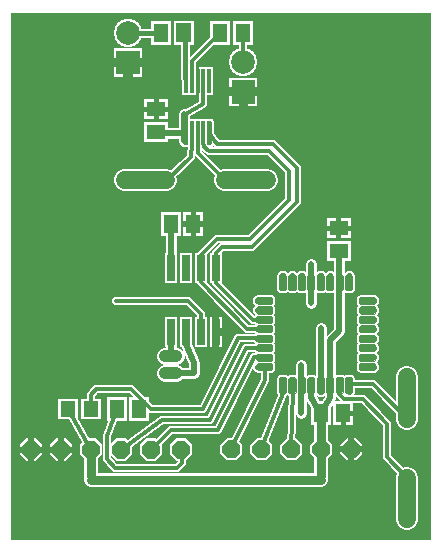
<source format=gbr>
%FSLAX34Y34*%
%MOMM*%
%LNCOPPER_TOP*%
G71*
G01*
%ADD10C, 0.400*%
%ADD11R, 0.900X0.900*%
%ADD12C, 0.900*%
%ADD13R, 1.700X2.000*%
%ADD14R, 0.700X2.400*%
%ADD15R, 1.100X2.600*%
%ADD16C, 1.400*%
%ADD17R, 2.000X1.700*%
%ADD18C, 0.700*%
%ADD19C, 1.900*%
%ADD20C, 2.400*%
%ADD21C, 0.800*%
%ADD22C, 1.200*%
%ADD23R, 1.700X1.800*%
%ADD24C, 0.433*%
%ADD25C, 0.300*%
%ADD26C, 0.649*%
%ADD27C, 0.787*%
%ADD28C, 0.500*%
%ADD29C, 0.000*%
%ADD30R, 0.500X0.500*%
%ADD31R, 1.300X1.600*%
%ADD32R, 0.300X2.000*%
%ADD33R, 0.700X2.200*%
%ADD34C, 1.000*%
%ADD35R, 1.600X1.300*%
%ADD36C, 1.500*%
%ADD37C, 2.000*%
%ADD38R, 1.300X1.400*%
%LPD*%
G36*
X0Y0D02*
X356000Y0D01*
X356000Y-446000D01*
X0Y-446000D01*
X0Y0D01*
G37*
%LPC*%
G36*
X229350Y-322425D02*
X227350Y-320425D01*
X227350Y-309425D01*
X228350Y-308425D01*
X232350Y-308425D01*
X233350Y-309425D01*
X233350Y-320425D01*
X231350Y-322425D01*
X229350Y-322425D01*
G37*
G54D10*
X229350Y-322425D02*
X227350Y-320425D01*
X227350Y-309425D01*
X228350Y-308425D01*
X232350Y-308425D01*
X233350Y-309425D01*
X233350Y-320425D01*
X231350Y-322425D01*
X229350Y-322425D01*
G36*
X237350Y-322425D02*
X235350Y-320425D01*
X235350Y-309425D01*
X236350Y-308425D01*
X240350Y-308425D01*
X241350Y-309425D01*
X241350Y-320425D01*
X239350Y-322425D01*
X237350Y-322425D01*
G37*
G54D10*
X237350Y-322425D02*
X235350Y-320425D01*
X235350Y-309425D01*
X236350Y-308425D01*
X240350Y-308425D01*
X241350Y-309425D01*
X241350Y-320425D01*
X239350Y-322425D01*
X237350Y-322425D01*
X230350Y-313925D02*
G54D11*
D03*
X238350Y-313925D02*
G54D11*
D03*
G36*
X245350Y-322425D02*
X243350Y-320425D01*
X243350Y-309425D01*
X244350Y-308425D01*
X248350Y-308425D01*
X249350Y-309425D01*
X249350Y-320425D01*
X247350Y-322425D01*
X245350Y-322425D01*
G37*
G54D10*
X245350Y-322425D02*
X243350Y-320425D01*
X243350Y-309425D01*
X244350Y-308425D01*
X248350Y-308425D01*
X249350Y-309425D01*
X249350Y-320425D01*
X247350Y-322425D01*
X245350Y-322425D01*
G36*
X253350Y-322425D02*
X251350Y-320425D01*
X251350Y-309425D01*
X252350Y-308425D01*
X256350Y-308425D01*
X257350Y-309425D01*
X257350Y-320425D01*
X255350Y-322425D01*
X253350Y-322425D01*
G37*
G54D10*
X253350Y-322425D02*
X251350Y-320425D01*
X251350Y-309425D01*
X252350Y-308425D01*
X256350Y-308425D01*
X257350Y-309425D01*
X257350Y-320425D01*
X255350Y-322425D01*
X253350Y-322425D01*
X246350Y-313925D02*
G54D11*
D03*
X254350Y-313925D02*
G54D11*
D03*
G36*
X261350Y-322425D02*
X259350Y-320425D01*
X259350Y-309425D01*
X260350Y-308425D01*
X264350Y-308425D01*
X265350Y-309425D01*
X265350Y-320425D01*
X263350Y-322425D01*
X261350Y-322425D01*
G37*
G54D10*
X261350Y-322425D02*
X259350Y-320425D01*
X259350Y-309425D01*
X260350Y-308425D01*
X264350Y-308425D01*
X265350Y-309425D01*
X265350Y-320425D01*
X263350Y-322425D01*
X261350Y-322425D01*
G36*
X269350Y-322425D02*
X267350Y-320425D01*
X267350Y-309425D01*
X268350Y-308425D01*
X272350Y-308425D01*
X273350Y-309425D01*
X273350Y-320425D01*
X271350Y-322425D01*
X269350Y-322425D01*
G37*
G54D10*
X269350Y-322425D02*
X267350Y-320425D01*
X267350Y-309425D01*
X268350Y-308425D01*
X272350Y-308425D01*
X273350Y-309425D01*
X273350Y-320425D01*
X271350Y-322425D01*
X269350Y-322425D01*
X262350Y-313925D02*
G54D11*
D03*
X270350Y-313925D02*
G54D11*
D03*
G36*
X277350Y-322425D02*
X275350Y-320425D01*
X275350Y-309425D01*
X276350Y-308425D01*
X280350Y-308425D01*
X281350Y-309425D01*
X281350Y-320425D01*
X279350Y-322425D01*
X277350Y-322425D01*
G37*
G54D10*
X277350Y-322425D02*
X275350Y-320425D01*
X275350Y-309425D01*
X276350Y-308425D01*
X280350Y-308425D01*
X281350Y-309425D01*
X281350Y-320425D01*
X279350Y-322425D01*
X277350Y-322425D01*
G36*
X285350Y-322425D02*
X283350Y-320425D01*
X283350Y-309425D01*
X284350Y-308425D01*
X288350Y-308425D01*
X289350Y-309425D01*
X289350Y-320425D01*
X287350Y-322425D01*
X285350Y-322425D01*
G37*
G54D10*
X285350Y-322425D02*
X283350Y-320425D01*
X283350Y-309425D01*
X284350Y-308425D01*
X288350Y-308425D01*
X289350Y-309425D01*
X289350Y-320425D01*
X287350Y-322425D01*
X285350Y-322425D01*
X278350Y-313925D02*
G54D11*
D03*
X286350Y-313925D02*
G54D11*
D03*
G36*
X207350Y-242425D02*
X209350Y-240425D01*
X220350Y-240425D01*
X221350Y-241425D01*
X221350Y-245425D01*
X220350Y-246425D01*
X209350Y-246425D01*
X207350Y-244425D01*
X207350Y-242425D01*
G37*
G54D10*
X207350Y-242425D02*
X209350Y-240425D01*
X220350Y-240425D01*
X221350Y-241425D01*
X221350Y-245425D01*
X220350Y-246425D01*
X209350Y-246425D01*
X207350Y-244425D01*
X207350Y-242425D01*
G36*
X207350Y-250425D02*
X209350Y-248425D01*
X220350Y-248425D01*
X221350Y-249425D01*
X221350Y-253425D01*
X220350Y-254425D01*
X209350Y-254425D01*
X207350Y-252425D01*
X207350Y-250425D01*
G37*
G54D10*
X207350Y-250425D02*
X209350Y-248425D01*
X220350Y-248425D01*
X221350Y-249425D01*
X221350Y-253425D01*
X220350Y-254425D01*
X209350Y-254425D01*
X207350Y-252425D01*
X207350Y-250425D01*
X215850Y-243425D02*
G54D11*
D03*
X215850Y-251425D02*
G54D11*
D03*
G36*
X207350Y-258425D02*
X209350Y-256425D01*
X220350Y-256425D01*
X221350Y-257425D01*
X221350Y-261425D01*
X220350Y-262425D01*
X209350Y-262425D01*
X207350Y-260425D01*
X207350Y-258425D01*
G37*
G54D10*
X207350Y-258425D02*
X209350Y-256425D01*
X220350Y-256425D01*
X221350Y-257425D01*
X221350Y-261425D01*
X220350Y-262425D01*
X209350Y-262425D01*
X207350Y-260425D01*
X207350Y-258425D01*
G36*
X207350Y-266425D02*
X209350Y-264425D01*
X220350Y-264425D01*
X221350Y-265425D01*
X221350Y-269425D01*
X220350Y-270425D01*
X209350Y-270425D01*
X207350Y-268425D01*
X207350Y-266425D01*
G37*
G54D10*
X207350Y-266425D02*
X209350Y-264425D01*
X220350Y-264425D01*
X221350Y-265425D01*
X221350Y-269425D01*
X220350Y-270425D01*
X209350Y-270425D01*
X207350Y-268425D01*
X207350Y-266425D01*
X215850Y-259425D02*
G54D11*
D03*
X215850Y-267425D02*
G54D11*
D03*
G36*
X207350Y-274425D02*
X209350Y-272425D01*
X220350Y-272425D01*
X221350Y-273425D01*
X221350Y-277425D01*
X220350Y-278425D01*
X209350Y-278425D01*
X207350Y-276425D01*
X207350Y-274425D01*
G37*
G54D10*
X207350Y-274425D02*
X209350Y-272425D01*
X220350Y-272425D01*
X221350Y-273425D01*
X221350Y-277425D01*
X220350Y-278425D01*
X209350Y-278425D01*
X207350Y-276425D01*
X207350Y-274425D01*
G36*
X207350Y-282425D02*
X209350Y-280425D01*
X220350Y-280425D01*
X221350Y-281425D01*
X221350Y-285425D01*
X220350Y-286425D01*
X209350Y-286425D01*
X207350Y-284425D01*
X207350Y-282425D01*
G37*
G54D10*
X207350Y-282425D02*
X209350Y-280425D01*
X220350Y-280425D01*
X221350Y-281425D01*
X221350Y-285425D01*
X220350Y-286425D01*
X209350Y-286425D01*
X207350Y-284425D01*
X207350Y-282425D01*
X215850Y-275425D02*
G54D11*
D03*
X215850Y-283425D02*
G54D11*
D03*
G36*
X207350Y-290425D02*
X209350Y-288425D01*
X220350Y-288425D01*
X221350Y-289425D01*
X221350Y-293425D01*
X220350Y-294425D01*
X209350Y-294425D01*
X207350Y-292425D01*
X207350Y-290425D01*
G37*
G54D10*
X207350Y-290425D02*
X209350Y-288425D01*
X220350Y-288425D01*
X221350Y-289425D01*
X221350Y-293425D01*
X220350Y-294425D01*
X209350Y-294425D01*
X207350Y-292425D01*
X207350Y-290425D01*
G36*
X207350Y-298425D02*
X209350Y-296425D01*
X220350Y-296425D01*
X221350Y-297425D01*
X221350Y-301425D01*
X220350Y-302425D01*
X209350Y-302425D01*
X207350Y-300425D01*
X207350Y-298425D01*
G37*
G54D10*
X207350Y-298425D02*
X209350Y-296425D01*
X220350Y-296425D01*
X221350Y-297425D01*
X221350Y-301425D01*
X220350Y-302425D01*
X209350Y-302425D01*
X207350Y-300425D01*
X207350Y-298425D01*
X215850Y-291425D02*
G54D11*
D03*
X215850Y-299425D02*
G54D11*
D03*
G36*
X287350Y-220425D02*
X289350Y-222425D01*
X289350Y-233425D01*
X288350Y-234425D01*
X284350Y-234425D01*
X283350Y-233425D01*
X283350Y-222425D01*
X285350Y-220425D01*
X287350Y-220425D01*
G37*
G54D10*
X287350Y-220425D02*
X289350Y-222425D01*
X289350Y-233425D01*
X288350Y-234425D01*
X284350Y-234425D01*
X283350Y-233425D01*
X283350Y-222425D01*
X285350Y-220425D01*
X287350Y-220425D01*
G36*
X279350Y-220425D02*
X281350Y-222425D01*
X281350Y-233425D01*
X280350Y-234425D01*
X276350Y-234425D01*
X275350Y-233425D01*
X275350Y-222425D01*
X277350Y-220425D01*
X279350Y-220425D01*
G37*
G54D10*
X279350Y-220425D02*
X281350Y-222425D01*
X281350Y-233425D01*
X280350Y-234425D01*
X276350Y-234425D01*
X275350Y-233425D01*
X275350Y-222425D01*
X277350Y-220425D01*
X279350Y-220425D01*
X286350Y-228925D02*
G54D11*
D03*
X278350Y-228925D02*
G54D11*
D03*
G36*
X271350Y-220425D02*
X273350Y-222425D01*
X273350Y-233425D01*
X272350Y-234425D01*
X268350Y-234425D01*
X267350Y-233425D01*
X267350Y-222425D01*
X269350Y-220425D01*
X271350Y-220425D01*
G37*
G54D10*
X271350Y-220425D02*
X273350Y-222425D01*
X273350Y-233425D01*
X272350Y-234425D01*
X268350Y-234425D01*
X267350Y-233425D01*
X267350Y-222425D01*
X269350Y-220425D01*
X271350Y-220425D01*
G36*
X263350Y-220425D02*
X265350Y-222425D01*
X265350Y-233425D01*
X264350Y-234425D01*
X260350Y-234425D01*
X259350Y-233425D01*
X259350Y-222425D01*
X261350Y-220425D01*
X263350Y-220425D01*
G37*
G54D10*
X263350Y-220425D02*
X265350Y-222425D01*
X265350Y-233425D01*
X264350Y-234425D01*
X260350Y-234425D01*
X259350Y-233425D01*
X259350Y-222425D01*
X261350Y-220425D01*
X263350Y-220425D01*
X270350Y-228925D02*
G54D11*
D03*
X262350Y-228925D02*
G54D11*
D03*
G36*
X255350Y-220425D02*
X257350Y-222425D01*
X257350Y-233425D01*
X256350Y-234425D01*
X252350Y-234425D01*
X251350Y-233425D01*
X251350Y-222425D01*
X253350Y-220425D01*
X255350Y-220425D01*
G37*
G54D10*
X255350Y-220425D02*
X257350Y-222425D01*
X257350Y-233425D01*
X256350Y-234425D01*
X252350Y-234425D01*
X251350Y-233425D01*
X251350Y-222425D01*
X253350Y-220425D01*
X255350Y-220425D01*
G36*
X247350Y-220425D02*
X249350Y-222425D01*
X249350Y-233425D01*
X248350Y-234425D01*
X244350Y-234425D01*
X243350Y-233425D01*
X243350Y-222425D01*
X245350Y-220425D01*
X247350Y-220425D01*
G37*
G54D10*
X247350Y-220425D02*
X249350Y-222425D01*
X249350Y-233425D01*
X248350Y-234425D01*
X244350Y-234425D01*
X243350Y-233425D01*
X243350Y-222425D01*
X245350Y-220425D01*
X247350Y-220425D01*
X254350Y-228925D02*
G54D11*
D03*
X246350Y-228925D02*
G54D11*
D03*
G36*
X239350Y-220425D02*
X241350Y-222425D01*
X241350Y-233425D01*
X240350Y-234425D01*
X236350Y-234425D01*
X235350Y-233425D01*
X235350Y-222425D01*
X237350Y-220425D01*
X239350Y-220425D01*
G37*
G54D10*
X239350Y-220425D02*
X241350Y-222425D01*
X241350Y-233425D01*
X240350Y-234425D01*
X236350Y-234425D01*
X235350Y-233425D01*
X235350Y-222425D01*
X237350Y-220425D01*
X239350Y-220425D01*
G36*
X231350Y-220425D02*
X233350Y-222425D01*
X233350Y-233425D01*
X232350Y-234425D01*
X228350Y-234425D01*
X227350Y-233425D01*
X227350Y-222425D01*
X229350Y-220425D01*
X231350Y-220425D01*
G37*
G54D10*
X231350Y-220425D02*
X233350Y-222425D01*
X233350Y-233425D01*
X232350Y-234425D01*
X228350Y-234425D01*
X227350Y-233425D01*
X227350Y-222425D01*
X229350Y-220425D01*
X231350Y-220425D01*
X238350Y-228925D02*
G54D11*
D03*
X230350Y-228925D02*
G54D11*
D03*
G36*
X309350Y-300425D02*
X307350Y-302425D01*
X296350Y-302425D01*
X295350Y-301425D01*
X295350Y-297425D01*
X296350Y-296425D01*
X307350Y-296425D01*
X309350Y-298425D01*
X309350Y-300425D01*
G37*
G54D10*
X309350Y-300425D02*
X307350Y-302425D01*
X296350Y-302425D01*
X295350Y-301425D01*
X295350Y-297425D01*
X296350Y-296425D01*
X307350Y-296425D01*
X309350Y-298425D01*
X309350Y-300425D01*
G36*
X309350Y-292425D02*
X307350Y-294425D01*
X296350Y-294425D01*
X295350Y-293425D01*
X295350Y-289425D01*
X296350Y-288425D01*
X307350Y-288425D01*
X309350Y-290425D01*
X309350Y-292425D01*
G37*
G54D10*
X309350Y-292425D02*
X307350Y-294425D01*
X296350Y-294425D01*
X295350Y-293425D01*
X295350Y-289425D01*
X296350Y-288425D01*
X307350Y-288425D01*
X309350Y-290425D01*
X309350Y-292425D01*
X300850Y-299425D02*
G54D11*
D03*
X300850Y-291425D02*
G54D11*
D03*
G36*
X309350Y-284425D02*
X307350Y-286425D01*
X296350Y-286425D01*
X295350Y-285425D01*
X295350Y-281425D01*
X296350Y-280425D01*
X307350Y-280425D01*
X309350Y-282425D01*
X309350Y-284425D01*
G37*
G54D10*
X309350Y-284425D02*
X307350Y-286425D01*
X296350Y-286425D01*
X295350Y-285425D01*
X295350Y-281425D01*
X296350Y-280425D01*
X307350Y-280425D01*
X309350Y-282425D01*
X309350Y-284425D01*
G36*
X309350Y-276425D02*
X307350Y-278425D01*
X296350Y-278425D01*
X295350Y-277425D01*
X295350Y-273425D01*
X296350Y-272425D01*
X307350Y-272425D01*
X309350Y-274425D01*
X309350Y-276425D01*
G37*
G54D10*
X309350Y-276425D02*
X307350Y-278425D01*
X296350Y-278425D01*
X295350Y-277425D01*
X295350Y-273425D01*
X296350Y-272425D01*
X307350Y-272425D01*
X309350Y-274425D01*
X309350Y-276425D01*
X300850Y-283425D02*
G54D11*
D03*
X300850Y-275425D02*
G54D11*
D03*
G36*
X309350Y-268425D02*
X307350Y-270425D01*
X296350Y-270425D01*
X295350Y-269425D01*
X295350Y-265425D01*
X296350Y-264425D01*
X307350Y-264425D01*
X309350Y-266425D01*
X309350Y-268425D01*
G37*
G54D10*
X309350Y-268425D02*
X307350Y-270425D01*
X296350Y-270425D01*
X295350Y-269425D01*
X295350Y-265425D01*
X296350Y-264425D01*
X307350Y-264425D01*
X309350Y-266425D01*
X309350Y-268425D01*
G36*
X309350Y-260425D02*
X307350Y-262425D01*
X296350Y-262425D01*
X295350Y-261425D01*
X295350Y-257425D01*
X296350Y-256425D01*
X307350Y-256425D01*
X309350Y-258425D01*
X309350Y-260425D01*
G37*
G54D10*
X309350Y-260425D02*
X307350Y-262425D01*
X296350Y-262425D01*
X295350Y-261425D01*
X295350Y-257425D01*
X296350Y-256425D01*
X307350Y-256425D01*
X309350Y-258425D01*
X309350Y-260425D01*
X300850Y-267425D02*
G54D11*
D03*
X300850Y-259425D02*
G54D11*
D03*
G36*
X309350Y-252425D02*
X307350Y-254425D01*
X296350Y-254425D01*
X295350Y-253425D01*
X295350Y-249425D01*
X296350Y-248425D01*
X307350Y-248425D01*
X309350Y-250425D01*
X309350Y-252425D01*
G37*
G54D10*
X309350Y-252425D02*
X307350Y-254425D01*
X296350Y-254425D01*
X295350Y-253425D01*
X295350Y-249425D01*
X296350Y-248425D01*
X307350Y-248425D01*
X309350Y-250425D01*
X309350Y-252425D01*
G36*
X309350Y-244425D02*
X307350Y-246425D01*
X296350Y-246425D01*
X295350Y-245425D01*
X295350Y-241425D01*
X296350Y-240425D01*
X307350Y-240425D01*
X309350Y-242425D01*
X309350Y-244425D01*
G37*
G54D10*
X309350Y-244425D02*
X307350Y-246425D01*
X296350Y-246425D01*
X295350Y-245425D01*
X295350Y-241425D01*
X296350Y-240425D01*
X307350Y-240425D01*
X309350Y-242425D01*
X309350Y-244425D01*
X300850Y-251425D02*
G54D11*
D03*
X300850Y-243425D02*
G54D11*
D03*
G54D12*
X246350Y-298050D02*
X246350Y-338803D01*
G54D12*
X262497Y-266697D02*
X262497Y-313925D01*
G54D12*
X254287Y-212325D02*
X254287Y-245537D01*
X254162Y-245662D01*
X281918Y-338953D02*
G54D13*
D03*
X262918Y-338953D02*
G54D13*
D03*
G54D12*
X254350Y-313925D02*
X254350Y-325275D01*
X262099Y-339374D01*
G54D12*
X270350Y-313925D02*
X270350Y-326312D01*
X262099Y-339374D01*
G54D12*
X270350Y-313925D02*
X270350Y-277100D01*
X277975Y-269475D01*
X277975Y-201212D01*
X148360Y-57292D02*
G54D14*
D03*
X153360Y-57292D02*
G54D14*
D03*
X158360Y-57292D02*
G54D14*
D03*
X163360Y-57292D02*
G54D14*
D03*
X168360Y-57292D02*
G54D14*
D03*
X148360Y-101292D02*
G54D14*
D03*
X153360Y-101292D02*
G54D14*
D03*
X158360Y-101292D02*
G54D14*
D03*
X163360Y-101292D02*
G54D14*
D03*
X168360Y-101292D02*
G54D14*
D03*
X135563Y-269871D02*
G54D15*
D03*
X148263Y-269871D02*
G54D15*
D03*
X160964Y-269871D02*
G54D15*
D03*
X173663Y-269870D02*
G54D15*
D03*
X173663Y-215871D02*
G54D15*
D03*
X160963Y-215871D02*
G54D15*
D03*
X148263Y-215871D02*
G54D15*
D03*
X135564Y-215871D02*
G54D15*
D03*
G54D16*
X130497Y-290509D02*
X140497Y-290509D01*
G54D16*
X130497Y-304809D02*
X140497Y-304809D01*
G54D12*
X135497Y-290509D02*
X135497Y-269872D01*
G54D12*
X135497Y-304809D02*
X155737Y-304797D01*
X155737Y-296065D01*
X148197Y-280587D01*
X148248Y-269886D01*
X148263Y-269871D01*
X277975Y-182212D02*
G54D17*
D03*
X277975Y-201212D02*
G54D17*
D03*
X154564Y-178589D02*
G54D13*
D03*
X135564Y-178588D02*
G54D13*
D03*
G54D12*
X135564Y-211134D02*
X135539Y-178564D01*
X135564Y-178588D01*
G54D18*
X163360Y-57292D02*
X163362Y-77066D01*
X148281Y-85798D01*
X148360Y-101292D01*
G54D18*
X132012Y-141754D02*
X132806Y-141754D01*
X153043Y-121516D01*
X153440Y-111198D01*
G54D18*
X158600Y-111198D02*
X158600Y-118341D01*
X182012Y-141754D01*
G54D19*
X132012Y-141754D02*
X97087Y-141754D01*
G54D19*
X216938Y-141754D02*
X182012Y-141754D01*
G36*
X87467Y-30001D02*
X111467Y-30001D01*
X111467Y-54001D01*
X87467Y-54001D01*
X87467Y-30001D01*
G37*
X99467Y-16601D02*
G54D20*
D03*
G36*
X185098Y-54607D02*
X209098Y-54607D01*
X209098Y-78607D01*
X185098Y-78607D01*
X185098Y-54607D01*
G37*
X197098Y-41207D02*
G54D20*
D03*
X127584Y-16690D02*
G54D13*
D03*
G36*
X138084Y-6691D02*
X155084Y-6690D01*
X155084Y-26690D01*
X138084Y-26691D01*
X138084Y-6691D01*
G37*
X177590Y-16690D02*
G54D13*
D03*
X196590Y-16690D02*
G54D13*
D03*
G54D21*
X147403Y-54765D02*
X147403Y-17509D01*
X146584Y-16690D01*
G54D21*
X127584Y-16690D02*
X99467Y-16601D01*
G54D18*
X153360Y-57292D02*
X153360Y-40921D01*
X177590Y-16690D01*
G54D18*
X196590Y-16690D02*
X197098Y-41207D01*
X123591Y-81406D02*
G54D17*
D03*
X123590Y-100406D02*
G54D17*
D03*
G54D12*
X147006Y-85722D02*
X147006Y-108740D01*
G36*
X297995Y-373251D02*
X292437Y-378809D01*
X284553Y-378809D01*
X278995Y-373251D01*
X278995Y-365367D01*
X284553Y-359809D01*
X292437Y-359809D01*
X297995Y-365367D01*
X297995Y-373251D01*
G37*
G36*
X272595Y-373251D02*
X267037Y-378809D01*
X259153Y-378809D01*
X253595Y-373251D01*
X253595Y-365367D01*
X259153Y-359809D01*
X267037Y-359809D01*
X272595Y-365367D01*
X272595Y-373251D01*
G37*
G36*
X247195Y-373251D02*
X241637Y-378809D01*
X233753Y-378809D01*
X228195Y-373251D01*
X228195Y-365367D01*
X233753Y-359809D01*
X241637Y-359809D01*
X247195Y-365367D01*
X247195Y-373251D01*
G37*
G36*
X221795Y-373251D02*
X216237Y-378809D01*
X208353Y-378809D01*
X202795Y-373251D01*
X202795Y-365367D01*
X208353Y-359809D01*
X216237Y-359809D01*
X221795Y-365367D01*
X221795Y-373251D01*
G37*
G36*
X196395Y-373251D02*
X190837Y-378809D01*
X182953Y-378809D01*
X177395Y-373251D01*
X177395Y-365367D01*
X182953Y-359809D01*
X190837Y-359809D01*
X196395Y-365367D01*
X196395Y-373251D01*
G37*
G54D18*
X215850Y-299425D02*
X215850Y-310564D01*
X186895Y-369309D01*
G54D18*
X231143Y-319878D02*
X212295Y-369309D01*
G54D18*
X238747Y-320275D02*
X237695Y-369309D01*
G54D22*
X262918Y-339696D02*
X263095Y-369309D01*
G54D18*
X215850Y-291425D02*
X206018Y-291425D01*
X175978Y-352819D01*
X135893Y-352819D01*
X119046Y-369683D01*
G54D18*
X211697Y-283365D02*
X198997Y-283365D01*
X168834Y-344881D01*
X127956Y-344881D01*
X93646Y-369683D01*
G54D22*
X68246Y-369683D02*
X68226Y-391712D01*
X90178Y-334820D02*
G54D13*
D03*
X109178Y-334820D02*
G54D13*
D03*
X67903Y-335614D02*
G54D23*
D03*
X48903Y-335614D02*
G54D23*
D03*
G54D18*
X215665Y-275428D02*
X192647Y-275428D01*
X162881Y-335356D01*
X118828Y-335356D01*
X102159Y-318687D01*
X72393Y-318687D01*
X68028Y-323053D01*
X68028Y-335753D01*
G54D18*
X90014Y-334920D02*
X81522Y-358375D01*
X81522Y-377822D01*
X88665Y-384965D01*
X141053Y-384965D01*
X145022Y-380997D01*
X144625Y-369487D01*
G54D18*
X48903Y-335614D02*
X68246Y-369683D01*
G36*
X7946Y-365741D02*
X13504Y-360183D01*
X21388Y-360183D01*
X26946Y-365741D01*
X26946Y-373625D01*
X21388Y-379183D01*
X13504Y-379183D01*
X7946Y-373625D01*
X7946Y-365741D01*
G37*
G36*
X33346Y-365741D02*
X38904Y-360183D01*
X46788Y-360183D01*
X52346Y-365741D01*
X52346Y-373625D01*
X46788Y-379183D01*
X38904Y-379183D01*
X33346Y-373625D01*
X33346Y-365741D01*
G37*
G36*
X58746Y-365741D02*
X64304Y-360183D01*
X72188Y-360183D01*
X77746Y-365741D01*
X77746Y-373625D01*
X72188Y-379183D01*
X64304Y-379183D01*
X58746Y-373625D01*
X58746Y-365741D01*
G37*
G36*
X84146Y-365741D02*
X89704Y-360183D01*
X97588Y-360183D01*
X103146Y-365741D01*
X103146Y-373625D01*
X97588Y-379183D01*
X89704Y-379183D01*
X84146Y-373625D01*
X84146Y-365741D01*
G37*
G36*
X109546Y-365741D02*
X115104Y-360183D01*
X122988Y-360183D01*
X128546Y-365741D01*
X128546Y-373625D01*
X122988Y-379183D01*
X115104Y-379183D01*
X109546Y-373625D01*
X109546Y-365741D01*
G37*
G36*
X134946Y-365741D02*
X140504Y-360183D01*
X148388Y-360183D01*
X153946Y-365741D01*
X153946Y-373625D01*
X148388Y-379183D01*
X140504Y-379183D01*
X134946Y-373625D01*
X134946Y-365741D01*
G37*
G54D22*
X263095Y-369309D02*
X263115Y-391712D01*
G54D22*
X263115Y-395681D02*
X68226Y-395681D01*
G54D19*
X336003Y-343370D02*
X336003Y-308444D01*
G54D19*
X336003Y-428295D02*
X336003Y-393370D01*
G54D18*
X278350Y-313925D02*
X278350Y-322634D01*
X282737Y-327022D01*
X298215Y-327022D01*
X318853Y-347659D01*
X318853Y-376219D01*
X336003Y-393370D01*
G54D18*
X286350Y-313925D02*
X306558Y-313925D01*
X336003Y-343370D01*
G54D18*
X210506Y-259553D02*
X204950Y-259553D01*
X173993Y-228597D01*
X173993Y-216201D01*
X173663Y-215871D01*
G54D18*
X160963Y-215871D02*
X160963Y-227870D01*
X200584Y-267490D01*
X215784Y-267490D01*
X215850Y-267425D01*
G54D18*
X160963Y-215871D02*
X160963Y-205114D01*
X175184Y-190894D01*
X202568Y-190894D01*
X235509Y-157953D01*
X235509Y-134140D01*
X218443Y-117075D01*
X167643Y-117075D01*
X163675Y-113106D01*
X163278Y-109147D01*
G54D18*
X173663Y-215871D02*
X173663Y-203130D01*
X178756Y-198037D01*
X204553Y-198037D01*
X242653Y-159937D01*
X242653Y-130965D01*
X222412Y-110725D01*
X174618Y-110725D01*
X168360Y-101292D01*
G54D18*
X160964Y-269871D02*
X160963Y-254460D01*
X150578Y-244075D01*
X89459Y-244075D01*
G54D12*
X124781Y-101597D02*
X147006Y-101200D01*
G54D18*
X169231Y-109931D02*
X169231Y-92865D01*
%LPD*%
G54D24*
G36*
X284084Y-338953D02*
X284084Y-349453D01*
X279752Y-349453D01*
X279752Y-338953D01*
X284084Y-338953D01*
G37*
G36*
X281918Y-336786D02*
X290918Y-336786D01*
X290918Y-341120D01*
X281918Y-341120D01*
X281918Y-336786D01*
G37*
G54D25*
G36*
X156860Y-57292D02*
X156860Y-44792D01*
X159860Y-44792D01*
X159860Y-57292D01*
X156860Y-57292D01*
G37*
G36*
X159860Y-57292D02*
X159860Y-69792D01*
X156860Y-69792D01*
X156860Y-57292D01*
X159860Y-57292D01*
G37*
G54D26*
G36*
X170420Y-269870D02*
X170420Y-256370D01*
X176906Y-256370D01*
X176906Y-269870D01*
X170420Y-269870D01*
G37*
G36*
X173663Y-266626D02*
X179663Y-266626D01*
X179663Y-273114D01*
X173663Y-273114D01*
X173663Y-266626D01*
G37*
G36*
X176906Y-269870D02*
X176906Y-283370D01*
X170420Y-283370D01*
X170420Y-269870D01*
X176906Y-269870D01*
G37*
G54D24*
G36*
X277975Y-180046D02*
X288475Y-180046D01*
X288475Y-184378D01*
X277975Y-184378D01*
X277975Y-180046D01*
G37*
G36*
X280142Y-182212D02*
X280142Y-191212D01*
X275808Y-191212D01*
X275808Y-182212D01*
X280142Y-182212D01*
G37*
G36*
X277975Y-184378D02*
X267475Y-184378D01*
X267475Y-180046D01*
X277975Y-180046D01*
X277975Y-184378D01*
G37*
G36*
X275808Y-182212D02*
X275808Y-173212D01*
X280142Y-173212D01*
X280142Y-182212D01*
X275808Y-182212D01*
G37*
G54D24*
G36*
X156730Y-178589D02*
X156730Y-189089D01*
X152398Y-189089D01*
X152398Y-178589D01*
X156730Y-178589D01*
G37*
G36*
X154564Y-180756D02*
X145564Y-180756D01*
X145564Y-176422D01*
X154564Y-176422D01*
X154564Y-180756D01*
G37*
G36*
X152398Y-178589D02*
X152398Y-168089D01*
X156730Y-168089D01*
X156730Y-178589D01*
X152398Y-178589D01*
G37*
G36*
X154564Y-176422D02*
X163564Y-176422D01*
X163564Y-180756D01*
X154564Y-180756D01*
X154564Y-176422D01*
G37*
G54D27*
G36*
X99467Y-38067D02*
X111967Y-38067D01*
X111967Y-45934D01*
X99467Y-45934D01*
X99467Y-38067D01*
G37*
G36*
X103400Y-42001D02*
X103400Y-54501D01*
X95533Y-54501D01*
X95533Y-42001D01*
X103400Y-42001D01*
G37*
G36*
X99467Y-45934D02*
X86967Y-45934D01*
X86967Y-38067D01*
X99467Y-38067D01*
X99467Y-45934D01*
G37*
G54D27*
G36*
X197098Y-62674D02*
X209598Y-62674D01*
X209598Y-70540D01*
X197098Y-70540D01*
X197098Y-62674D01*
G37*
G36*
X201031Y-66607D02*
X201031Y-79107D01*
X193165Y-79107D01*
X193165Y-66607D01*
X201031Y-66607D01*
G37*
G36*
X197098Y-70540D02*
X184598Y-70540D01*
X184598Y-62674D01*
X197098Y-62674D01*
X197098Y-70540D01*
G37*
G54D24*
G36*
X123591Y-79240D02*
X134091Y-79240D01*
X134091Y-83572D01*
X123591Y-83572D01*
X123591Y-79240D01*
G37*
G36*
X125758Y-81406D02*
X125758Y-90406D01*
X121424Y-90406D01*
X121424Y-81406D01*
X125758Y-81406D01*
G37*
G36*
X123591Y-83572D02*
X113091Y-83572D01*
X113091Y-79240D01*
X123591Y-79240D01*
X123591Y-83572D01*
G37*
G36*
X121424Y-81406D02*
X121424Y-72406D01*
X125758Y-72406D01*
X125758Y-81406D01*
X121424Y-81406D01*
G37*
G54D28*
G36*
X290995Y-369309D02*
X290995Y-379309D01*
X285995Y-379309D01*
X285995Y-369309D01*
X290995Y-369309D01*
G37*
G36*
X288495Y-371809D02*
X278495Y-371809D01*
X278495Y-366809D01*
X288495Y-366809D01*
X288495Y-371809D01*
G37*
G36*
X285995Y-369309D02*
X285995Y-359309D01*
X290995Y-359309D01*
X290995Y-369309D01*
X285995Y-369309D01*
G37*
G36*
X288495Y-366809D02*
X298495Y-366809D01*
X298495Y-371809D01*
X288495Y-371809D01*
X288495Y-366809D01*
G37*
G54D28*
G36*
X14946Y-369683D02*
X14946Y-359683D01*
X19946Y-359683D01*
X19946Y-369683D01*
X14946Y-369683D01*
G37*
G36*
X17446Y-367183D02*
X27446Y-367183D01*
X27446Y-372183D01*
X17446Y-372183D01*
X17446Y-367183D01*
G37*
G36*
X19946Y-369683D02*
X19946Y-379683D01*
X14946Y-379683D01*
X14946Y-369683D01*
X19946Y-369683D01*
G37*
G36*
X17446Y-372183D02*
X7446Y-372183D01*
X7446Y-367183D01*
X17446Y-367183D01*
X17446Y-372183D01*
G37*
G54D28*
G36*
X40346Y-369683D02*
X40346Y-359683D01*
X45346Y-359683D01*
X45346Y-369683D01*
X40346Y-369683D01*
G37*
G36*
X42846Y-367183D02*
X52846Y-367183D01*
X52846Y-372183D01*
X42846Y-372183D01*
X42846Y-367183D01*
G37*
G36*
X45346Y-369683D02*
X45346Y-379683D01*
X40346Y-379683D01*
X40346Y-369683D01*
X45346Y-369683D01*
G37*
G36*
X42846Y-372183D02*
X32846Y-372183D01*
X32846Y-367183D01*
X42846Y-367183D01*
X42846Y-372183D01*
G37*
G36*
X229350Y-322425D02*
X227350Y-320425D01*
X227350Y-309425D01*
X228350Y-308425D01*
X232350Y-308425D01*
X233350Y-309425D01*
X233350Y-320425D01*
X231350Y-322425D01*
X229350Y-322425D01*
G37*
G54D29*
X229350Y-322425D02*
X227350Y-320425D01*
X227350Y-309425D01*
X228350Y-308425D01*
X232350Y-308425D01*
X233350Y-309425D01*
X233350Y-320425D01*
X231350Y-322425D01*
X229350Y-322425D01*
G36*
X237350Y-322425D02*
X235350Y-320425D01*
X235350Y-309425D01*
X236350Y-308425D01*
X240350Y-308425D01*
X241350Y-309425D01*
X241350Y-320425D01*
X239350Y-322425D01*
X237350Y-322425D01*
G37*
G54D29*
X237350Y-322425D02*
X235350Y-320425D01*
X235350Y-309425D01*
X236350Y-308425D01*
X240350Y-308425D01*
X241350Y-309425D01*
X241350Y-320425D01*
X239350Y-322425D01*
X237350Y-322425D01*
X230350Y-313925D02*
G54D30*
D03*
X238350Y-313925D02*
G54D30*
D03*
G36*
X245350Y-322425D02*
X243350Y-320425D01*
X243350Y-309425D01*
X244350Y-308425D01*
X248350Y-308425D01*
X249350Y-309425D01*
X249350Y-320425D01*
X247350Y-322425D01*
X245350Y-322425D01*
G37*
G54D29*
X245350Y-322425D02*
X243350Y-320425D01*
X243350Y-309425D01*
X244350Y-308425D01*
X248350Y-308425D01*
X249350Y-309425D01*
X249350Y-320425D01*
X247350Y-322425D01*
X245350Y-322425D01*
G36*
X253350Y-322425D02*
X251350Y-320425D01*
X251350Y-309425D01*
X252350Y-308425D01*
X256350Y-308425D01*
X257350Y-309425D01*
X257350Y-320425D01*
X255350Y-322425D01*
X253350Y-322425D01*
G37*
G54D29*
X253350Y-322425D02*
X251350Y-320425D01*
X251350Y-309425D01*
X252350Y-308425D01*
X256350Y-308425D01*
X257350Y-309425D01*
X257350Y-320425D01*
X255350Y-322425D01*
X253350Y-322425D01*
X246350Y-313925D02*
G54D30*
D03*
X254350Y-313925D02*
G54D30*
D03*
G36*
X261350Y-322425D02*
X259350Y-320425D01*
X259350Y-309425D01*
X260350Y-308425D01*
X264350Y-308425D01*
X265350Y-309425D01*
X265350Y-320425D01*
X263350Y-322425D01*
X261350Y-322425D01*
G37*
G54D29*
X261350Y-322425D02*
X259350Y-320425D01*
X259350Y-309425D01*
X260350Y-308425D01*
X264350Y-308425D01*
X265350Y-309425D01*
X265350Y-320425D01*
X263350Y-322425D01*
X261350Y-322425D01*
G36*
X269350Y-322425D02*
X267350Y-320425D01*
X267350Y-309425D01*
X268350Y-308425D01*
X272350Y-308425D01*
X273350Y-309425D01*
X273350Y-320425D01*
X271350Y-322425D01*
X269350Y-322425D01*
G37*
G54D29*
X269350Y-322425D02*
X267350Y-320425D01*
X267350Y-309425D01*
X268350Y-308425D01*
X272350Y-308425D01*
X273350Y-309425D01*
X273350Y-320425D01*
X271350Y-322425D01*
X269350Y-322425D01*
X262350Y-313925D02*
G54D30*
D03*
X270350Y-313925D02*
G54D30*
D03*
G36*
X277350Y-322425D02*
X275350Y-320425D01*
X275350Y-309425D01*
X276350Y-308425D01*
X280350Y-308425D01*
X281350Y-309425D01*
X281350Y-320425D01*
X279350Y-322425D01*
X277350Y-322425D01*
G37*
G54D29*
X277350Y-322425D02*
X275350Y-320425D01*
X275350Y-309425D01*
X276350Y-308425D01*
X280350Y-308425D01*
X281350Y-309425D01*
X281350Y-320425D01*
X279350Y-322425D01*
X277350Y-322425D01*
G36*
X285350Y-322425D02*
X283350Y-320425D01*
X283350Y-309425D01*
X284350Y-308425D01*
X288350Y-308425D01*
X289350Y-309425D01*
X289350Y-320425D01*
X287350Y-322425D01*
X285350Y-322425D01*
G37*
G54D29*
X285350Y-322425D02*
X283350Y-320425D01*
X283350Y-309425D01*
X284350Y-308425D01*
X288350Y-308425D01*
X289350Y-309425D01*
X289350Y-320425D01*
X287350Y-322425D01*
X285350Y-322425D01*
X278350Y-313925D02*
G54D30*
D03*
X286350Y-313925D02*
G54D30*
D03*
G36*
X207350Y-242425D02*
X209350Y-240425D01*
X220350Y-240425D01*
X221350Y-241425D01*
X221350Y-245425D01*
X220350Y-246425D01*
X209350Y-246425D01*
X207350Y-244425D01*
X207350Y-242425D01*
G37*
G54D29*
X207350Y-242425D02*
X209350Y-240425D01*
X220350Y-240425D01*
X221350Y-241425D01*
X221350Y-245425D01*
X220350Y-246425D01*
X209350Y-246425D01*
X207350Y-244425D01*
X207350Y-242425D01*
G36*
X207350Y-250425D02*
X209350Y-248425D01*
X220350Y-248425D01*
X221350Y-249425D01*
X221350Y-253425D01*
X220350Y-254425D01*
X209350Y-254425D01*
X207350Y-252425D01*
X207350Y-250425D01*
G37*
G54D29*
X207350Y-250425D02*
X209350Y-248425D01*
X220350Y-248425D01*
X221350Y-249425D01*
X221350Y-253425D01*
X220350Y-254425D01*
X209350Y-254425D01*
X207350Y-252425D01*
X207350Y-250425D01*
X215850Y-243425D02*
G54D30*
D03*
X215850Y-251425D02*
G54D30*
D03*
G36*
X207350Y-258425D02*
X209350Y-256425D01*
X220350Y-256425D01*
X221350Y-257425D01*
X221350Y-261425D01*
X220350Y-262425D01*
X209350Y-262425D01*
X207350Y-260425D01*
X207350Y-258425D01*
G37*
G54D29*
X207350Y-258425D02*
X209350Y-256425D01*
X220350Y-256425D01*
X221350Y-257425D01*
X221350Y-261425D01*
X220350Y-262425D01*
X209350Y-262425D01*
X207350Y-260425D01*
X207350Y-258425D01*
G36*
X207350Y-266425D02*
X209350Y-264425D01*
X220350Y-264425D01*
X221350Y-265425D01*
X221350Y-269425D01*
X220350Y-270425D01*
X209350Y-270425D01*
X207350Y-268425D01*
X207350Y-266425D01*
G37*
G54D29*
X207350Y-266425D02*
X209350Y-264425D01*
X220350Y-264425D01*
X221350Y-265425D01*
X221350Y-269425D01*
X220350Y-270425D01*
X209350Y-270425D01*
X207350Y-268425D01*
X207350Y-266425D01*
X215850Y-259425D02*
G54D30*
D03*
X215850Y-267425D02*
G54D30*
D03*
G36*
X207350Y-274425D02*
X209350Y-272425D01*
X220350Y-272425D01*
X221350Y-273425D01*
X221350Y-277425D01*
X220350Y-278425D01*
X209350Y-278425D01*
X207350Y-276425D01*
X207350Y-274425D01*
G37*
G54D29*
X207350Y-274425D02*
X209350Y-272425D01*
X220350Y-272425D01*
X221350Y-273425D01*
X221350Y-277425D01*
X220350Y-278425D01*
X209350Y-278425D01*
X207350Y-276425D01*
X207350Y-274425D01*
G36*
X207350Y-282425D02*
X209350Y-280425D01*
X220350Y-280425D01*
X221350Y-281425D01*
X221350Y-285425D01*
X220350Y-286425D01*
X209350Y-286425D01*
X207350Y-284425D01*
X207350Y-282425D01*
G37*
G54D29*
X207350Y-282425D02*
X209350Y-280425D01*
X220350Y-280425D01*
X221350Y-281425D01*
X221350Y-285425D01*
X220350Y-286425D01*
X209350Y-286425D01*
X207350Y-284425D01*
X207350Y-282425D01*
X215850Y-275425D02*
G54D30*
D03*
X215850Y-283425D02*
G54D30*
D03*
G36*
X207350Y-290425D02*
X209350Y-288425D01*
X220350Y-288425D01*
X221350Y-289425D01*
X221350Y-293425D01*
X220350Y-294425D01*
X209350Y-294425D01*
X207350Y-292425D01*
X207350Y-290425D01*
G37*
G54D29*
X207350Y-290425D02*
X209350Y-288425D01*
X220350Y-288425D01*
X221350Y-289425D01*
X221350Y-293425D01*
X220350Y-294425D01*
X209350Y-294425D01*
X207350Y-292425D01*
X207350Y-290425D01*
G36*
X207350Y-298425D02*
X209350Y-296425D01*
X220350Y-296425D01*
X221350Y-297425D01*
X221350Y-301425D01*
X220350Y-302425D01*
X209350Y-302425D01*
X207350Y-300425D01*
X207350Y-298425D01*
G37*
G54D29*
X207350Y-298425D02*
X209350Y-296425D01*
X220350Y-296425D01*
X221350Y-297425D01*
X221350Y-301425D01*
X220350Y-302425D01*
X209350Y-302425D01*
X207350Y-300425D01*
X207350Y-298425D01*
X215850Y-291425D02*
G54D30*
D03*
X215850Y-299425D02*
G54D30*
D03*
G36*
X287350Y-220425D02*
X289350Y-222425D01*
X289350Y-233425D01*
X288350Y-234425D01*
X284350Y-234425D01*
X283350Y-233425D01*
X283350Y-222425D01*
X285350Y-220425D01*
X287350Y-220425D01*
G37*
G54D29*
X287350Y-220425D02*
X289350Y-222425D01*
X289350Y-233425D01*
X288350Y-234425D01*
X284350Y-234425D01*
X283350Y-233425D01*
X283350Y-222425D01*
X285350Y-220425D01*
X287350Y-220425D01*
G36*
X279350Y-220425D02*
X281350Y-222425D01*
X281350Y-233425D01*
X280350Y-234425D01*
X276350Y-234425D01*
X275350Y-233425D01*
X275350Y-222425D01*
X277350Y-220425D01*
X279350Y-220425D01*
G37*
G54D29*
X279350Y-220425D02*
X281350Y-222425D01*
X281350Y-233425D01*
X280350Y-234425D01*
X276350Y-234425D01*
X275350Y-233425D01*
X275350Y-222425D01*
X277350Y-220425D01*
X279350Y-220425D01*
X286350Y-228925D02*
G54D30*
D03*
X278350Y-228925D02*
G54D30*
D03*
G36*
X271350Y-220425D02*
X273350Y-222425D01*
X273350Y-233425D01*
X272350Y-234425D01*
X268350Y-234425D01*
X267350Y-233425D01*
X267350Y-222425D01*
X269350Y-220425D01*
X271350Y-220425D01*
G37*
G54D29*
X271350Y-220425D02*
X273350Y-222425D01*
X273350Y-233425D01*
X272350Y-234425D01*
X268350Y-234425D01*
X267350Y-233425D01*
X267350Y-222425D01*
X269350Y-220425D01*
X271350Y-220425D01*
G36*
X263350Y-220425D02*
X265350Y-222425D01*
X265350Y-233425D01*
X264350Y-234425D01*
X260350Y-234425D01*
X259350Y-233425D01*
X259350Y-222425D01*
X261350Y-220425D01*
X263350Y-220425D01*
G37*
G54D29*
X263350Y-220425D02*
X265350Y-222425D01*
X265350Y-233425D01*
X264350Y-234425D01*
X260350Y-234425D01*
X259350Y-233425D01*
X259350Y-222425D01*
X261350Y-220425D01*
X263350Y-220425D01*
X270350Y-228925D02*
G54D30*
D03*
X262350Y-228925D02*
G54D30*
D03*
G36*
X255350Y-220425D02*
X257350Y-222425D01*
X257350Y-233425D01*
X256350Y-234425D01*
X252350Y-234425D01*
X251350Y-233425D01*
X251350Y-222425D01*
X253350Y-220425D01*
X255350Y-220425D01*
G37*
G54D29*
X255350Y-220425D02*
X257350Y-222425D01*
X257350Y-233425D01*
X256350Y-234425D01*
X252350Y-234425D01*
X251350Y-233425D01*
X251350Y-222425D01*
X253350Y-220425D01*
X255350Y-220425D01*
G36*
X247350Y-220425D02*
X249350Y-222425D01*
X249350Y-233425D01*
X248350Y-234425D01*
X244350Y-234425D01*
X243350Y-233425D01*
X243350Y-222425D01*
X245350Y-220425D01*
X247350Y-220425D01*
G37*
G54D29*
X247350Y-220425D02*
X249350Y-222425D01*
X249350Y-233425D01*
X248350Y-234425D01*
X244350Y-234425D01*
X243350Y-233425D01*
X243350Y-222425D01*
X245350Y-220425D01*
X247350Y-220425D01*
X254350Y-228925D02*
G54D30*
D03*
X246350Y-228925D02*
G54D30*
D03*
G36*
X239350Y-220425D02*
X241350Y-222425D01*
X241350Y-233425D01*
X240350Y-234425D01*
X236350Y-234425D01*
X235350Y-233425D01*
X235350Y-222425D01*
X237350Y-220425D01*
X239350Y-220425D01*
G37*
G54D29*
X239350Y-220425D02*
X241350Y-222425D01*
X241350Y-233425D01*
X240350Y-234425D01*
X236350Y-234425D01*
X235350Y-233425D01*
X235350Y-222425D01*
X237350Y-220425D01*
X239350Y-220425D01*
G36*
X231350Y-220425D02*
X233350Y-222425D01*
X233350Y-233425D01*
X232350Y-234425D01*
X228350Y-234425D01*
X227350Y-233425D01*
X227350Y-222425D01*
X229350Y-220425D01*
X231350Y-220425D01*
G37*
G54D29*
X231350Y-220425D02*
X233350Y-222425D01*
X233350Y-233425D01*
X232350Y-234425D01*
X228350Y-234425D01*
X227350Y-233425D01*
X227350Y-222425D01*
X229350Y-220425D01*
X231350Y-220425D01*
X238350Y-228925D02*
G54D30*
D03*
X230350Y-228925D02*
G54D30*
D03*
G36*
X309350Y-300425D02*
X307350Y-302425D01*
X296350Y-302425D01*
X295350Y-301425D01*
X295350Y-297425D01*
X296350Y-296425D01*
X307350Y-296425D01*
X309350Y-298425D01*
X309350Y-300425D01*
G37*
G54D29*
X309350Y-300425D02*
X307350Y-302425D01*
X296350Y-302425D01*
X295350Y-301425D01*
X295350Y-297425D01*
X296350Y-296425D01*
X307350Y-296425D01*
X309350Y-298425D01*
X309350Y-300425D01*
G36*
X309350Y-292425D02*
X307350Y-294425D01*
X296350Y-294425D01*
X295350Y-293425D01*
X295350Y-289425D01*
X296350Y-288425D01*
X307350Y-288425D01*
X309350Y-290425D01*
X309350Y-292425D01*
G37*
G54D29*
X309350Y-292425D02*
X307350Y-294425D01*
X296350Y-294425D01*
X295350Y-293425D01*
X295350Y-289425D01*
X296350Y-288425D01*
X307350Y-288425D01*
X309350Y-290425D01*
X309350Y-292425D01*
X300850Y-299425D02*
G54D30*
D03*
X300850Y-291425D02*
G54D30*
D03*
G36*
X309350Y-284425D02*
X307350Y-286425D01*
X296350Y-286425D01*
X295350Y-285425D01*
X295350Y-281425D01*
X296350Y-280425D01*
X307350Y-280425D01*
X309350Y-282425D01*
X309350Y-284425D01*
G37*
G54D29*
X309350Y-284425D02*
X307350Y-286425D01*
X296350Y-286425D01*
X295350Y-285425D01*
X295350Y-281425D01*
X296350Y-280425D01*
X307350Y-280425D01*
X309350Y-282425D01*
X309350Y-284425D01*
G36*
X309350Y-276425D02*
X307350Y-278425D01*
X296350Y-278425D01*
X295350Y-277425D01*
X295350Y-273425D01*
X296350Y-272425D01*
X307350Y-272425D01*
X309350Y-274425D01*
X309350Y-276425D01*
G37*
G54D29*
X309350Y-276425D02*
X307350Y-278425D01*
X296350Y-278425D01*
X295350Y-277425D01*
X295350Y-273425D01*
X296350Y-272425D01*
X307350Y-272425D01*
X309350Y-274425D01*
X309350Y-276425D01*
X300850Y-283425D02*
G54D30*
D03*
X300850Y-275425D02*
G54D30*
D03*
G36*
X309350Y-268425D02*
X307350Y-270425D01*
X296350Y-270425D01*
X295350Y-269425D01*
X295350Y-265425D01*
X296350Y-264425D01*
X307350Y-264425D01*
X309350Y-266425D01*
X309350Y-268425D01*
G37*
G54D29*
X309350Y-268425D02*
X307350Y-270425D01*
X296350Y-270425D01*
X295350Y-269425D01*
X295350Y-265425D01*
X296350Y-264425D01*
X307350Y-264425D01*
X309350Y-266425D01*
X309350Y-268425D01*
G36*
X309350Y-260425D02*
X307350Y-262425D01*
X296350Y-262425D01*
X295350Y-261425D01*
X295350Y-257425D01*
X296350Y-256425D01*
X307350Y-256425D01*
X309350Y-258425D01*
X309350Y-260425D01*
G37*
G54D29*
X309350Y-260425D02*
X307350Y-262425D01*
X296350Y-262425D01*
X295350Y-261425D01*
X295350Y-257425D01*
X296350Y-256425D01*
X307350Y-256425D01*
X309350Y-258425D01*
X309350Y-260425D01*
X300850Y-267425D02*
G54D30*
D03*
X300850Y-259425D02*
G54D30*
D03*
G36*
X309350Y-252425D02*
X307350Y-254425D01*
X296350Y-254425D01*
X295350Y-253425D01*
X295350Y-249425D01*
X296350Y-248425D01*
X307350Y-248425D01*
X309350Y-250425D01*
X309350Y-252425D01*
G37*
G54D29*
X309350Y-252425D02*
X307350Y-254425D01*
X296350Y-254425D01*
X295350Y-253425D01*
X295350Y-249425D01*
X296350Y-248425D01*
X307350Y-248425D01*
X309350Y-250425D01*
X309350Y-252425D01*
G36*
X309350Y-244425D02*
X307350Y-246425D01*
X296350Y-246425D01*
X295350Y-245425D01*
X295350Y-241425D01*
X296350Y-240425D01*
X307350Y-240425D01*
X309350Y-242425D01*
X309350Y-244425D01*
G37*
G54D29*
X309350Y-244425D02*
X307350Y-246425D01*
X296350Y-246425D01*
X295350Y-245425D01*
X295350Y-241425D01*
X296350Y-240425D01*
X307350Y-240425D01*
X309350Y-242425D01*
X309350Y-244425D01*
X300850Y-251425D02*
G54D30*
D03*
X300850Y-243425D02*
G54D30*
D03*
G54D28*
X246350Y-298050D02*
X246350Y-338803D01*
G54D28*
X262497Y-266697D02*
X262497Y-313925D01*
G54D28*
X254287Y-212325D02*
X254287Y-245537D01*
X254162Y-245662D01*
X281918Y-338953D02*
G54D31*
D03*
X262918Y-338953D02*
G54D31*
D03*
G54D28*
X254350Y-313925D02*
X254350Y-325275D01*
X262099Y-339374D01*
G54D28*
X270350Y-313925D02*
X270350Y-326312D01*
X262099Y-339374D01*
G54D28*
X270350Y-313925D02*
X270350Y-277100D01*
X277975Y-269475D01*
X277975Y-201212D01*
X148360Y-57292D02*
G54D32*
D03*
X153360Y-57292D02*
G54D32*
D03*
X158360Y-57292D02*
G54D32*
D03*
X163360Y-57292D02*
G54D32*
D03*
X168360Y-57292D02*
G54D32*
D03*
X148360Y-101292D02*
G54D32*
D03*
X153360Y-101292D02*
G54D32*
D03*
X158360Y-101292D02*
G54D32*
D03*
X163360Y-101292D02*
G54D32*
D03*
X168360Y-101292D02*
G54D32*
D03*
X135563Y-269871D02*
G54D33*
D03*
X148263Y-269871D02*
G54D33*
D03*
X160964Y-269871D02*
G54D33*
D03*
X173663Y-269870D02*
G54D33*
D03*
X173663Y-215871D02*
G54D33*
D03*
X160963Y-215871D02*
G54D33*
D03*
X148263Y-215871D02*
G54D33*
D03*
X135564Y-215871D02*
G54D33*
D03*
G54D34*
X130497Y-290509D02*
X140497Y-290509D01*
G54D34*
X130497Y-304809D02*
X140497Y-304809D01*
G54D28*
X135497Y-290509D02*
X135497Y-269872D01*
G54D28*
X135497Y-304809D02*
X155737Y-304797D01*
X155737Y-296065D01*
X148197Y-280587D01*
X148248Y-269886D01*
X148263Y-269871D01*
X277975Y-182212D02*
G54D35*
D03*
X277975Y-201212D02*
G54D35*
D03*
X154564Y-178589D02*
G54D31*
D03*
X135564Y-178588D02*
G54D31*
D03*
G54D28*
X135564Y-211134D02*
X135539Y-178564D01*
X135564Y-178588D01*
G54D25*
X163360Y-57292D02*
X163362Y-77066D01*
X148281Y-85798D01*
X148360Y-101292D01*
G54D25*
X132012Y-141754D02*
X132806Y-141754D01*
X153043Y-121516D01*
X153440Y-111198D01*
G54D25*
X158600Y-111198D02*
X158600Y-118341D01*
X182012Y-141754D01*
G54D36*
X132012Y-141754D02*
X97087Y-141754D01*
G54D36*
X216938Y-141754D02*
X182012Y-141754D01*
G36*
X89467Y-32001D02*
X109467Y-32001D01*
X109467Y-52001D01*
X89467Y-52001D01*
X89467Y-32001D01*
G37*
X99467Y-16601D02*
G54D37*
D03*
G36*
X187098Y-56607D02*
X207098Y-56607D01*
X207098Y-76607D01*
X187098Y-76607D01*
X187098Y-56607D01*
G37*
X197098Y-41207D02*
G54D37*
D03*
X127584Y-16690D02*
G54D31*
D03*
G36*
X140084Y-8691D02*
X153084Y-8690D01*
X153084Y-24690D01*
X140084Y-24691D01*
X140084Y-8691D01*
G37*
X177590Y-16690D02*
G54D31*
D03*
X196590Y-16690D02*
G54D31*
D03*
G54D10*
X147403Y-54765D02*
X147403Y-17509D01*
X146584Y-16690D01*
G54D10*
X127584Y-16690D02*
X99467Y-16601D01*
G54D25*
X153360Y-57292D02*
X153360Y-40921D01*
X177590Y-16690D01*
G54D25*
X196590Y-16690D02*
X197098Y-41207D01*
X123591Y-81406D02*
G54D35*
D03*
X123590Y-100406D02*
G54D35*
D03*
G54D28*
X147006Y-85722D02*
X147006Y-108740D01*
G36*
X295995Y-372421D02*
X291607Y-376809D01*
X285383Y-376809D01*
X280995Y-372421D01*
X280995Y-366197D01*
X285383Y-361809D01*
X291607Y-361809D01*
X295995Y-366197D01*
X295995Y-372421D01*
G37*
G36*
X270595Y-372421D02*
X266207Y-376809D01*
X259983Y-376809D01*
X255595Y-372421D01*
X255595Y-366197D01*
X259983Y-361809D01*
X266207Y-361809D01*
X270595Y-366197D01*
X270595Y-372421D01*
G37*
G36*
X245195Y-372421D02*
X240807Y-376809D01*
X234583Y-376809D01*
X230195Y-372421D01*
X230195Y-366197D01*
X234583Y-361809D01*
X240807Y-361809D01*
X245195Y-366197D01*
X245195Y-372421D01*
G37*
G36*
X219795Y-372421D02*
X215407Y-376809D01*
X209183Y-376809D01*
X204795Y-372421D01*
X204795Y-366197D01*
X209183Y-361809D01*
X215407Y-361809D01*
X219795Y-366197D01*
X219795Y-372421D01*
G37*
G36*
X194395Y-372421D02*
X190007Y-376809D01*
X183783Y-376809D01*
X179395Y-372421D01*
X179395Y-366197D01*
X183783Y-361809D01*
X190007Y-361809D01*
X194395Y-366197D01*
X194395Y-372421D01*
G37*
G54D25*
X215850Y-299425D02*
X215850Y-310564D01*
X186895Y-369309D01*
G54D25*
X231143Y-319878D02*
X212295Y-369309D01*
G54D25*
X238747Y-320275D02*
X237695Y-369309D01*
G54D21*
X262918Y-339696D02*
X263095Y-369309D01*
G54D25*
X215850Y-291425D02*
X206018Y-291425D01*
X175978Y-352819D01*
X135893Y-352819D01*
X119046Y-369683D01*
G54D25*
X211697Y-283365D02*
X198997Y-283365D01*
X168834Y-344881D01*
X127956Y-344881D01*
X93646Y-369683D01*
G54D21*
X68246Y-369683D02*
X68226Y-391712D01*
X90178Y-334820D02*
G54D31*
D03*
X109178Y-334820D02*
G54D31*
D03*
X67903Y-335614D02*
G54D38*
D03*
X48903Y-335614D02*
G54D38*
D03*
G54D25*
X215665Y-275428D02*
X192647Y-275428D01*
X162881Y-335356D01*
X118828Y-335356D01*
X102159Y-318687D01*
X72393Y-318687D01*
X68028Y-323053D01*
X68028Y-335753D01*
G54D25*
X90014Y-334920D02*
X81522Y-358375D01*
X81522Y-377822D01*
X88665Y-384965D01*
X141053Y-384965D01*
X145022Y-380997D01*
X144625Y-369487D01*
G54D25*
X48903Y-335614D02*
X68246Y-369683D01*
G36*
X9946Y-366571D02*
X14334Y-362183D01*
X20558Y-362183D01*
X24946Y-366571D01*
X24946Y-372795D01*
X20558Y-377183D01*
X14334Y-377183D01*
X9946Y-372795D01*
X9946Y-366571D01*
G37*
G36*
X35346Y-366571D02*
X39734Y-362183D01*
X45958Y-362183D01*
X50346Y-366571D01*
X50346Y-372795D01*
X45958Y-377183D01*
X39734Y-377183D01*
X35346Y-372795D01*
X35346Y-366571D01*
G37*
G36*
X60746Y-366571D02*
X65134Y-362183D01*
X71358Y-362183D01*
X75746Y-366571D01*
X75746Y-372795D01*
X71358Y-377183D01*
X65134Y-377183D01*
X60746Y-372795D01*
X60746Y-366571D01*
G37*
G36*
X86146Y-366571D02*
X90534Y-362183D01*
X96758Y-362183D01*
X101146Y-366571D01*
X101146Y-372795D01*
X96758Y-377183D01*
X90534Y-377183D01*
X86146Y-372795D01*
X86146Y-366571D01*
G37*
G36*
X111546Y-366571D02*
X115934Y-362183D01*
X122158Y-362183D01*
X126546Y-366571D01*
X126546Y-372795D01*
X122158Y-377183D01*
X115934Y-377183D01*
X111546Y-372795D01*
X111546Y-366571D01*
G37*
G36*
X136946Y-366571D02*
X141334Y-362183D01*
X147558Y-362183D01*
X151946Y-366571D01*
X151946Y-372795D01*
X147558Y-377183D01*
X141334Y-377183D01*
X136946Y-372795D01*
X136946Y-366571D01*
G37*
G54D21*
X263095Y-369309D02*
X263115Y-391712D01*
G54D21*
X263115Y-395681D02*
X68226Y-395681D01*
G54D36*
X336003Y-343370D02*
X336003Y-308444D01*
G54D36*
X336003Y-428295D02*
X336003Y-393370D01*
G54D25*
X278350Y-313925D02*
X278350Y-322634D01*
X282737Y-327022D01*
X298215Y-327022D01*
X318853Y-347659D01*
X318853Y-376219D01*
X336003Y-393370D01*
G54D25*
X286350Y-313925D02*
X306558Y-313925D01*
X336003Y-343370D01*
G54D25*
X210506Y-259553D02*
X204950Y-259553D01*
X173993Y-228597D01*
X173993Y-216201D01*
X173663Y-215871D01*
G54D25*
X160963Y-215871D02*
X160963Y-227870D01*
X200584Y-267490D01*
X215784Y-267490D01*
X215850Y-267425D01*
G54D25*
X160963Y-215871D02*
X160963Y-205114D01*
X175184Y-190894D01*
X202568Y-190894D01*
X235509Y-157953D01*
X235509Y-134140D01*
X218443Y-117075D01*
X167643Y-117075D01*
X163675Y-113106D01*
X163278Y-109147D01*
G54D25*
X173663Y-215871D02*
X173663Y-203130D01*
X178756Y-198037D01*
X204553Y-198037D01*
X242653Y-159937D01*
X242653Y-130965D01*
X222412Y-110725D01*
X174618Y-110725D01*
X168360Y-101292D01*
G54D25*
X160964Y-269871D02*
X160963Y-254460D01*
X150578Y-244075D01*
X89459Y-244075D01*
G54D28*
X124781Y-101597D02*
X147006Y-101200D01*
G54D25*
X169231Y-109931D02*
X169231Y-92865D01*
M02*

</source>
